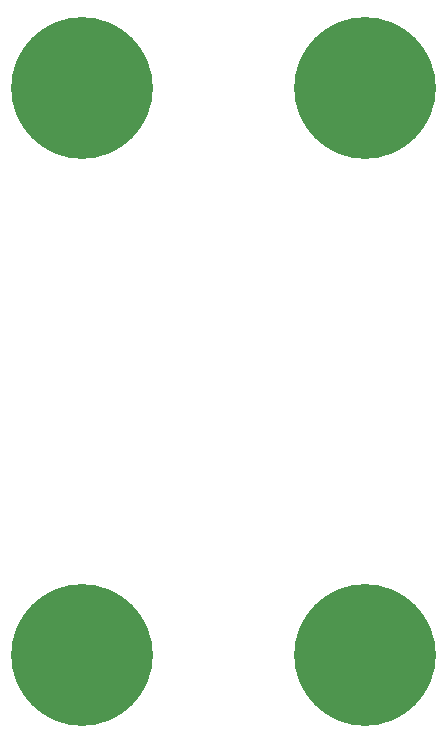
<source format=gbp>
G04*
G04 #@! TF.GenerationSoftware,Altium Limited,Altium Designer,21.4.1 (30)*
G04*
G04 Layer_Color=128*
%FSLAX25Y25*%
%MOIN*%
G70*
G04*
G04 #@! TF.SameCoordinates,2C669462-4CAA-4C00-817C-2A90AA7F7E81*
G04*
G04*
G04 #@! TF.FilePolarity,Positive*
G04*
G01*
G75*
%ADD43C,0.47244*%
D43*
X-47244Y-94488D02*
D03*
X47244D02*
D03*
Y94488D02*
D03*
X-47244D02*
D03*
M02*

</source>
